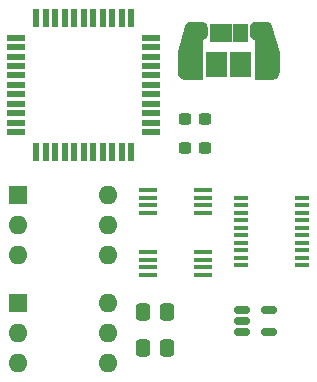
<source format=gbr>
%TF.GenerationSoftware,KiCad,Pcbnew,8.99.0-unknown*%
%TF.CreationDate,2024-04-30T21:24:50-04:00*%
%TF.ProjectId,reflowControl,7265666c-6f77-4436-9f6e-74726f6c2e6b,rev?*%
%TF.SameCoordinates,Original*%
%TF.FileFunction,Soldermask,Top*%
%TF.FilePolarity,Negative*%
%FSLAX46Y46*%
G04 Gerber Fmt 4.6, Leading zero omitted, Abs format (unit mm)*
G04 Created by KiCad (PCBNEW 8.99.0-unknown) date 2024-04-30 21:24:50*
%MOMM*%
%LPD*%
G01*
G04 APERTURE LIST*
G04 Aperture macros list*
%AMRoundRect*
0 Rectangle with rounded corners*
0 $1 Rounding radius*
0 $2 $3 $4 $5 $6 $7 $8 $9 X,Y pos of 4 corners*
0 Add a 4 corners polygon primitive as box body*
4,1,4,$2,$3,$4,$5,$6,$7,$8,$9,$2,$3,0*
0 Add four circle primitives for the rounded corners*
1,1,$1+$1,$2,$3*
1,1,$1+$1,$4,$5*
1,1,$1+$1,$6,$7*
1,1,$1+$1,$8,$9*
0 Add four rect primitives between the rounded corners*
20,1,$1+$1,$2,$3,$4,$5,0*
20,1,$1+$1,$4,$5,$6,$7,0*
20,1,$1+$1,$6,$7,$8,$9,0*
20,1,$1+$1,$8,$9,$2,$3,0*%
G04 Aperture macros list end*
%ADD10C,0.010000*%
%ADD11R,1.524000X0.406400*%
%ADD12R,1.600000X1.600000*%
%ADD13O,1.600000X1.600000*%
%ADD14R,1.200000X0.400000*%
%ADD15RoundRect,0.150000X-0.512500X-0.150000X0.512500X-0.150000X0.512500X0.150000X-0.512500X0.150000X0*%
%ADD16R,1.500000X0.550000*%
%ADD17R,0.550000X1.500000*%
%ADD18RoundRect,0.250000X-0.337500X-0.475000X0.337500X-0.475000X0.337500X0.475000X-0.337500X0.475000X0*%
%ADD19RoundRect,0.237500X-0.300000X-0.237500X0.300000X-0.237500X0.300000X0.237500X-0.300000X0.237500X0*%
G04 APERTURE END LIST*
D10*
%TO.C,J1*%
X190496000Y-78743500D02*
X188819000Y-78743500D01*
X188819000Y-76716500D01*
X190496000Y-76716500D01*
X190496000Y-78743500D01*
G36*
X190496000Y-78743500D02*
G01*
X188819000Y-78743500D01*
X188819000Y-76716500D01*
X190496000Y-76716500D01*
X190496000Y-78743500D01*
G37*
X192546000Y-78743500D02*
X190869000Y-78743500D01*
X190869000Y-76716500D01*
X192546000Y-76716500D01*
X192546000Y-78743500D01*
G36*
X192546000Y-78743500D02*
G01*
X190869000Y-78743500D01*
X190869000Y-76716500D01*
X192546000Y-76716500D01*
X192546000Y-78743500D01*
G37*
X188366500Y-74120000D02*
X188395500Y-74123000D01*
X188424500Y-74129000D01*
X188453500Y-74136000D01*
X188481500Y-74144000D01*
X188509500Y-74154000D01*
X188536500Y-74165000D01*
X188563500Y-74178000D01*
X188589500Y-74192000D01*
X188614500Y-74207000D01*
X188638500Y-74224000D01*
X188662500Y-74242000D01*
X188684500Y-74261000D01*
X188705500Y-74282000D01*
X188726500Y-74303000D01*
X188745500Y-74325000D01*
X188763500Y-74349000D01*
X188780500Y-74373000D01*
X188795500Y-74398000D01*
X188809500Y-74424000D01*
X188822500Y-74451000D01*
X188833500Y-74478000D01*
X188843500Y-74506000D01*
X188851500Y-74534000D01*
X188858500Y-74563000D01*
X188864500Y-74592000D01*
X188867500Y-74621000D01*
X188870500Y-74651000D01*
X188870500Y-74680000D01*
X188870500Y-75181000D01*
X188866500Y-75203000D01*
X188861500Y-75223000D01*
X188854500Y-75243000D01*
X188848500Y-75263000D01*
X188840500Y-75283000D01*
X188831500Y-75302000D01*
X188822500Y-75321000D01*
X188812500Y-75339000D01*
X188801500Y-75357000D01*
X188790500Y-75375000D01*
X188778500Y-75392000D01*
X188765500Y-75409000D01*
X188751500Y-75425000D01*
X188737500Y-75440000D01*
X188722500Y-75455000D01*
X188707500Y-75469000D01*
X188691500Y-75483000D01*
X188674500Y-75496000D01*
X188657500Y-75508000D01*
X188640500Y-75520000D01*
X188622500Y-75531000D01*
X188603500Y-75541000D01*
X188584500Y-75550000D01*
X188565500Y-75559000D01*
X188546500Y-75567000D01*
X188526500Y-75574000D01*
X188506500Y-75580000D01*
X188486500Y-75585000D01*
X188465500Y-75590000D01*
X188446500Y-75594000D01*
X188446000Y-78943500D01*
X188446500Y-78944000D01*
X186982500Y-78944000D01*
X186953500Y-78943000D01*
X186923500Y-78940000D01*
X186894500Y-78937000D01*
X186865500Y-78931000D01*
X186836500Y-78924000D01*
X186808500Y-78916000D01*
X186780500Y-78906000D01*
X186753500Y-78895000D01*
X186726500Y-78882000D01*
X186700500Y-78868000D01*
X186675500Y-78853000D01*
X186651500Y-78836000D01*
X186627500Y-78818000D01*
X186605500Y-78799000D01*
X186584500Y-78778000D01*
X186563500Y-78757000D01*
X186544500Y-78735000D01*
X186526500Y-78711000D01*
X186509500Y-78687000D01*
X186494500Y-78662000D01*
X186480500Y-78636000D01*
X186467500Y-78609000D01*
X186456500Y-78582000D01*
X186446500Y-78554000D01*
X186438500Y-78526000D01*
X186431500Y-78497000D01*
X186425500Y-78468000D01*
X186422500Y-78439000D01*
X186419500Y-78409000D01*
X186419500Y-78380000D01*
X186419500Y-76704000D01*
X187027500Y-74524000D01*
X187036500Y-74496000D01*
X187044500Y-74473000D01*
X187054500Y-74451000D01*
X187065500Y-74429000D01*
X187076500Y-74407000D01*
X187089500Y-74386000D01*
X187102500Y-74365000D01*
X187116500Y-74345000D01*
X187131500Y-74326000D01*
X187147500Y-74307000D01*
X187164500Y-74290000D01*
X187181500Y-74272000D01*
X187200500Y-74256000D01*
X187218500Y-74240000D01*
X187238500Y-74225000D01*
X187258500Y-74211000D01*
X187279500Y-74198000D01*
X187300500Y-74186000D01*
X187322500Y-74175000D01*
X187344500Y-74164000D01*
X187367500Y-74155000D01*
X187390500Y-74147000D01*
X187413500Y-74139000D01*
X187437500Y-74133000D01*
X187461500Y-74128000D01*
X187485500Y-74123000D01*
X187509500Y-74120000D01*
X187534500Y-74118000D01*
X187558500Y-74117000D01*
X187581500Y-74117000D01*
X188307500Y-74117000D01*
X188336500Y-74117000D01*
X188366500Y-74120000D01*
G36*
X188366500Y-74120000D02*
G01*
X188395500Y-74123000D01*
X188424500Y-74129000D01*
X188453500Y-74136000D01*
X188481500Y-74144000D01*
X188509500Y-74154000D01*
X188536500Y-74165000D01*
X188563500Y-74178000D01*
X188589500Y-74192000D01*
X188614500Y-74207000D01*
X188638500Y-74224000D01*
X188662500Y-74242000D01*
X188684500Y-74261000D01*
X188705500Y-74282000D01*
X188726500Y-74303000D01*
X188745500Y-74325000D01*
X188763500Y-74349000D01*
X188780500Y-74373000D01*
X188795500Y-74398000D01*
X188809500Y-74424000D01*
X188822500Y-74451000D01*
X188833500Y-74478000D01*
X188843500Y-74506000D01*
X188851500Y-74534000D01*
X188858500Y-74563000D01*
X188864500Y-74592000D01*
X188867500Y-74621000D01*
X188870500Y-74651000D01*
X188870500Y-74680000D01*
X188870500Y-75181000D01*
X188866500Y-75203000D01*
X188861500Y-75223000D01*
X188854500Y-75243000D01*
X188848500Y-75263000D01*
X188840500Y-75283000D01*
X188831500Y-75302000D01*
X188822500Y-75321000D01*
X188812500Y-75339000D01*
X188801500Y-75357000D01*
X188790500Y-75375000D01*
X188778500Y-75392000D01*
X188765500Y-75409000D01*
X188751500Y-75425000D01*
X188737500Y-75440000D01*
X188722500Y-75455000D01*
X188707500Y-75469000D01*
X188691500Y-75483000D01*
X188674500Y-75496000D01*
X188657500Y-75508000D01*
X188640500Y-75520000D01*
X188622500Y-75531000D01*
X188603500Y-75541000D01*
X188584500Y-75550000D01*
X188565500Y-75559000D01*
X188546500Y-75567000D01*
X188526500Y-75574000D01*
X188506500Y-75580000D01*
X188486500Y-75585000D01*
X188465500Y-75590000D01*
X188446500Y-75594000D01*
X188446000Y-78943500D01*
X188446500Y-78944000D01*
X186982500Y-78944000D01*
X186953500Y-78943000D01*
X186923500Y-78940000D01*
X186894500Y-78937000D01*
X186865500Y-78931000D01*
X186836500Y-78924000D01*
X186808500Y-78916000D01*
X186780500Y-78906000D01*
X186753500Y-78895000D01*
X186726500Y-78882000D01*
X186700500Y-78868000D01*
X186675500Y-78853000D01*
X186651500Y-78836000D01*
X186627500Y-78818000D01*
X186605500Y-78799000D01*
X186584500Y-78778000D01*
X186563500Y-78757000D01*
X186544500Y-78735000D01*
X186526500Y-78711000D01*
X186509500Y-78687000D01*
X186494500Y-78662000D01*
X186480500Y-78636000D01*
X186467500Y-78609000D01*
X186456500Y-78582000D01*
X186446500Y-78554000D01*
X186438500Y-78526000D01*
X186431500Y-78497000D01*
X186425500Y-78468000D01*
X186422500Y-78439000D01*
X186419500Y-78409000D01*
X186419500Y-78380000D01*
X186419500Y-76704000D01*
X187027500Y-74524000D01*
X187036500Y-74496000D01*
X187044500Y-74473000D01*
X187054500Y-74451000D01*
X187065500Y-74429000D01*
X187076500Y-74407000D01*
X187089500Y-74386000D01*
X187102500Y-74365000D01*
X187116500Y-74345000D01*
X187131500Y-74326000D01*
X187147500Y-74307000D01*
X187164500Y-74290000D01*
X187181500Y-74272000D01*
X187200500Y-74256000D01*
X187218500Y-74240000D01*
X187238500Y-74225000D01*
X187258500Y-74211000D01*
X187279500Y-74198000D01*
X187300500Y-74186000D01*
X187322500Y-74175000D01*
X187344500Y-74164000D01*
X187367500Y-74155000D01*
X187390500Y-74147000D01*
X187413500Y-74139000D01*
X187437500Y-74133000D01*
X187461500Y-74128000D01*
X187485500Y-74123000D01*
X187509500Y-74120000D01*
X187534500Y-74118000D01*
X187558500Y-74117000D01*
X187581500Y-74117000D01*
X188307500Y-74117000D01*
X188336500Y-74117000D01*
X188366500Y-74120000D01*
G37*
X193830500Y-74118000D02*
X193855500Y-74120000D01*
X193879500Y-74123000D01*
X193903500Y-74128000D01*
X193927500Y-74133000D01*
X193951500Y-74139000D01*
X193974500Y-74147000D01*
X193997500Y-74155000D01*
X194020500Y-74164000D01*
X194042500Y-74175000D01*
X194064500Y-74186000D01*
X194085500Y-74198000D01*
X194106500Y-74211000D01*
X194126500Y-74225000D01*
X194146500Y-74240000D01*
X194164500Y-74256000D01*
X194183500Y-74272000D01*
X194200500Y-74290000D01*
X194217500Y-74307000D01*
X194233500Y-74326000D01*
X194248500Y-74345000D01*
X194262500Y-74365000D01*
X194275500Y-74386000D01*
X194288500Y-74407000D01*
X194299500Y-74429000D01*
X194310500Y-74451000D01*
X194320500Y-74473000D01*
X194328500Y-74496000D01*
X194337500Y-74524000D01*
X194945500Y-76704000D01*
X194945500Y-78380000D01*
X194945500Y-78409000D01*
X194942500Y-78439000D01*
X194939500Y-78468000D01*
X194933500Y-78497000D01*
X194926500Y-78526000D01*
X194918500Y-78554000D01*
X194908500Y-78582000D01*
X194897500Y-78609000D01*
X194884500Y-78636000D01*
X194870500Y-78662000D01*
X194855500Y-78687000D01*
X194838500Y-78711000D01*
X194820500Y-78735000D01*
X194801500Y-78757000D01*
X194780500Y-78778000D01*
X194759500Y-78799000D01*
X194737500Y-78818000D01*
X194713500Y-78836000D01*
X194689500Y-78853000D01*
X194664500Y-78868000D01*
X194638500Y-78882000D01*
X194611500Y-78895000D01*
X194584500Y-78906000D01*
X194556500Y-78916000D01*
X194528500Y-78924000D01*
X194499500Y-78931000D01*
X194470500Y-78937000D01*
X194441500Y-78940000D01*
X194411500Y-78943000D01*
X194382500Y-78944000D01*
X192918500Y-78944000D01*
X192919000Y-78943500D01*
X192918500Y-75594000D01*
X192899500Y-75590000D01*
X192878500Y-75585000D01*
X192858500Y-75580000D01*
X192838500Y-75574000D01*
X192818500Y-75567000D01*
X192799500Y-75559000D01*
X192780500Y-75550000D01*
X192761500Y-75541000D01*
X192742500Y-75531000D01*
X192724500Y-75520000D01*
X192707500Y-75508000D01*
X192690500Y-75496000D01*
X192673500Y-75483000D01*
X192657500Y-75469000D01*
X192642500Y-75455000D01*
X192627500Y-75440000D01*
X192613500Y-75425000D01*
X192599500Y-75409000D01*
X192586500Y-75392000D01*
X192574500Y-75375000D01*
X192563500Y-75357000D01*
X192552500Y-75339000D01*
X192542500Y-75321000D01*
X192533500Y-75302000D01*
X192524500Y-75283000D01*
X192516500Y-75263000D01*
X192510500Y-75243000D01*
X192503500Y-75223000D01*
X192498500Y-75203000D01*
X192494500Y-75181000D01*
X192494500Y-74680000D01*
X192494500Y-74651000D01*
X192497500Y-74621000D01*
X192500500Y-74592000D01*
X192506500Y-74563000D01*
X192513500Y-74534000D01*
X192521500Y-74506000D01*
X192531500Y-74478000D01*
X192542500Y-74451000D01*
X192555500Y-74424000D01*
X192569500Y-74398000D01*
X192584500Y-74373000D01*
X192601500Y-74349000D01*
X192619500Y-74325000D01*
X192638500Y-74303000D01*
X192659500Y-74282000D01*
X192680500Y-74261000D01*
X192702500Y-74242000D01*
X192726500Y-74224000D01*
X192750500Y-74207000D01*
X192775500Y-74192000D01*
X192801500Y-74178000D01*
X192828500Y-74165000D01*
X192855500Y-74154000D01*
X192883500Y-74144000D01*
X192911500Y-74136000D01*
X192940500Y-74129000D01*
X192969500Y-74123000D01*
X192998500Y-74120000D01*
X193028500Y-74117000D01*
X193057500Y-74117000D01*
X193783500Y-74117000D01*
X193806500Y-74117000D01*
X193830500Y-74118000D01*
G36*
X193830500Y-74118000D02*
G01*
X193855500Y-74120000D01*
X193879500Y-74123000D01*
X193903500Y-74128000D01*
X193927500Y-74133000D01*
X193951500Y-74139000D01*
X193974500Y-74147000D01*
X193997500Y-74155000D01*
X194020500Y-74164000D01*
X194042500Y-74175000D01*
X194064500Y-74186000D01*
X194085500Y-74198000D01*
X194106500Y-74211000D01*
X194126500Y-74225000D01*
X194146500Y-74240000D01*
X194164500Y-74256000D01*
X194183500Y-74272000D01*
X194200500Y-74290000D01*
X194217500Y-74307000D01*
X194233500Y-74326000D01*
X194248500Y-74345000D01*
X194262500Y-74365000D01*
X194275500Y-74386000D01*
X194288500Y-74407000D01*
X194299500Y-74429000D01*
X194310500Y-74451000D01*
X194320500Y-74473000D01*
X194328500Y-74496000D01*
X194337500Y-74524000D01*
X194945500Y-76704000D01*
X194945500Y-78380000D01*
X194945500Y-78409000D01*
X194942500Y-78439000D01*
X194939500Y-78468000D01*
X194933500Y-78497000D01*
X194926500Y-78526000D01*
X194918500Y-78554000D01*
X194908500Y-78582000D01*
X194897500Y-78609000D01*
X194884500Y-78636000D01*
X194870500Y-78662000D01*
X194855500Y-78687000D01*
X194838500Y-78711000D01*
X194820500Y-78735000D01*
X194801500Y-78757000D01*
X194780500Y-78778000D01*
X194759500Y-78799000D01*
X194737500Y-78818000D01*
X194713500Y-78836000D01*
X194689500Y-78853000D01*
X194664500Y-78868000D01*
X194638500Y-78882000D01*
X194611500Y-78895000D01*
X194584500Y-78906000D01*
X194556500Y-78916000D01*
X194528500Y-78924000D01*
X194499500Y-78931000D01*
X194470500Y-78937000D01*
X194441500Y-78940000D01*
X194411500Y-78943000D01*
X194382500Y-78944000D01*
X192918500Y-78944000D01*
X192919000Y-78943500D01*
X192918500Y-75594000D01*
X192899500Y-75590000D01*
X192878500Y-75585000D01*
X192858500Y-75580000D01*
X192838500Y-75574000D01*
X192818500Y-75567000D01*
X192799500Y-75559000D01*
X192780500Y-75550000D01*
X192761500Y-75541000D01*
X192742500Y-75531000D01*
X192724500Y-75520000D01*
X192707500Y-75508000D01*
X192690500Y-75496000D01*
X192673500Y-75483000D01*
X192657500Y-75469000D01*
X192642500Y-75455000D01*
X192627500Y-75440000D01*
X192613500Y-75425000D01*
X192599500Y-75409000D01*
X192586500Y-75392000D01*
X192574500Y-75375000D01*
X192563500Y-75357000D01*
X192552500Y-75339000D01*
X192542500Y-75321000D01*
X192533500Y-75302000D01*
X192524500Y-75283000D01*
X192516500Y-75263000D01*
X192510500Y-75243000D01*
X192503500Y-75223000D01*
X192498500Y-75203000D01*
X192494500Y-75181000D01*
X192494500Y-74680000D01*
X192494500Y-74651000D01*
X192497500Y-74621000D01*
X192500500Y-74592000D01*
X192506500Y-74563000D01*
X192513500Y-74534000D01*
X192521500Y-74506000D01*
X192531500Y-74478000D01*
X192542500Y-74451000D01*
X192555500Y-74424000D01*
X192569500Y-74398000D01*
X192584500Y-74373000D01*
X192601500Y-74349000D01*
X192619500Y-74325000D01*
X192638500Y-74303000D01*
X192659500Y-74282000D01*
X192680500Y-74261000D01*
X192702500Y-74242000D01*
X192726500Y-74224000D01*
X192750500Y-74207000D01*
X192775500Y-74192000D01*
X192801500Y-74178000D01*
X192828500Y-74165000D01*
X192855500Y-74154000D01*
X192883500Y-74144000D01*
X192911500Y-74136000D01*
X192940500Y-74129000D01*
X192969500Y-74123000D01*
X192998500Y-74120000D01*
X193028500Y-74117000D01*
X193057500Y-74117000D01*
X193783500Y-74117000D01*
X193806500Y-74117000D01*
X193830500Y-74118000D01*
G37*
X189646000Y-75793500D02*
X189119000Y-75793500D01*
X189119000Y-74316500D01*
X189646000Y-74316500D01*
X189646000Y-75793500D01*
G36*
X189646000Y-75793500D02*
G01*
X189119000Y-75793500D01*
X189119000Y-74316500D01*
X189646000Y-74316500D01*
X189646000Y-75793500D01*
G37*
X190296000Y-75793500D02*
X189769000Y-75793500D01*
X189769000Y-74316500D01*
X190296000Y-74316500D01*
X190296000Y-75793500D01*
G36*
X190296000Y-75793500D02*
G01*
X189769000Y-75793500D01*
X189769000Y-74316500D01*
X190296000Y-74316500D01*
X190296000Y-75793500D01*
G37*
X190946000Y-75793500D02*
X190419000Y-75793500D01*
X190419000Y-74316500D01*
X190946000Y-74316500D01*
X190946000Y-75793500D01*
G36*
X190946000Y-75793500D02*
G01*
X190419000Y-75793500D01*
X190419000Y-74316500D01*
X190946000Y-74316500D01*
X190946000Y-75793500D01*
G37*
X191596000Y-75793500D02*
X191069000Y-75793500D01*
X191069000Y-74316500D01*
X191596000Y-74316500D01*
X191596000Y-75793500D01*
G36*
X191596000Y-75793500D02*
G01*
X191069000Y-75793500D01*
X191069000Y-74316500D01*
X191596000Y-74316500D01*
X191596000Y-75793500D01*
G37*
X192246000Y-75793500D02*
X191719000Y-75793500D01*
X191719000Y-74316500D01*
X192246000Y-74316500D01*
X192246000Y-75793500D01*
G36*
X192246000Y-75793500D02*
G01*
X191719000Y-75793500D01*
X191719000Y-74316500D01*
X192246000Y-74316500D01*
X192246000Y-75793500D01*
G37*
%TD*%
D11*
%TO.C,Y1*%
X183923700Y-93625801D03*
X183923700Y-94275799D03*
X183923700Y-94925801D03*
X183923700Y-95575799D03*
X188546500Y-95575799D03*
X188546500Y-94925801D03*
X188546500Y-94275799D03*
X188546500Y-93625801D03*
%TD*%
D12*
%TO.C,U6*%
X172852500Y-97975000D03*
D13*
X172852500Y-100515000D03*
X172852500Y-103055000D03*
X180472500Y-103055000D03*
X180472500Y-100515000D03*
X180472500Y-97975000D03*
%TD*%
D14*
%TO.C,U5*%
X191762500Y-89017500D03*
X191762500Y-89652500D03*
X191762500Y-90287500D03*
X191762500Y-90922500D03*
X191762500Y-91557500D03*
X191762500Y-92192500D03*
X191762500Y-92827500D03*
X191762500Y-93462500D03*
X191762500Y-94097500D03*
X191762500Y-94732500D03*
X196962500Y-94732500D03*
X196962500Y-94097500D03*
X196962500Y-93462500D03*
X196962500Y-92827500D03*
X196962500Y-92192500D03*
X196962500Y-91557500D03*
X196962500Y-90922500D03*
X196962500Y-90287500D03*
X196962500Y-89652500D03*
X196962500Y-89017500D03*
%TD*%
D15*
%TO.C,U4*%
X191825000Y-98500000D03*
X191825000Y-99450000D03*
X191825000Y-100400000D03*
X194100000Y-100400000D03*
X194100000Y-98500000D03*
%TD*%
D12*
%TO.C,U3*%
X172852500Y-88775000D03*
D13*
X172852500Y-91315000D03*
X172852500Y-93855000D03*
X180472500Y-93855000D03*
X180472500Y-91315000D03*
X180472500Y-88775000D03*
%TD*%
D16*
%TO.C,U2*%
X172752500Y-75475000D03*
X172752500Y-76275000D03*
X172752500Y-77075000D03*
X172752500Y-77875000D03*
X172752500Y-78675000D03*
X172752500Y-79475000D03*
X172752500Y-80275000D03*
X172752500Y-81075000D03*
X172752500Y-81875000D03*
X172752500Y-82675000D03*
X172752500Y-83475000D03*
D17*
X174452500Y-85175000D03*
X175252500Y-85175000D03*
X176052500Y-85175000D03*
X176852500Y-85175000D03*
X177652500Y-85175000D03*
X178452500Y-85175000D03*
X179252500Y-85175000D03*
X180052500Y-85175000D03*
X180852500Y-85175000D03*
X181652500Y-85175000D03*
X182452500Y-85175000D03*
D16*
X184152500Y-83475000D03*
X184152500Y-82675000D03*
X184152500Y-81875000D03*
X184152500Y-81075000D03*
X184152500Y-80275000D03*
X184152500Y-79475000D03*
X184152500Y-78675000D03*
X184152500Y-77875000D03*
X184152500Y-77075000D03*
X184152500Y-76275000D03*
X184152500Y-75475000D03*
D17*
X182452500Y-73775000D03*
X181652500Y-73775000D03*
X180852500Y-73775000D03*
X180052500Y-73775000D03*
X179252500Y-73775000D03*
X178452500Y-73775000D03*
X177652500Y-73775000D03*
X176852500Y-73775000D03*
X176052500Y-73775000D03*
X175252500Y-73775000D03*
X174452500Y-73775000D03*
%TD*%
D11*
%TO.C,U1*%
X183923700Y-88358601D03*
X183923700Y-89008599D03*
X183923700Y-89658601D03*
X183923700Y-90308599D03*
X188546500Y-90308599D03*
X188546500Y-89658601D03*
X188546500Y-89008599D03*
X188546500Y-88358601D03*
%TD*%
D18*
%TO.C,C4*%
X183445000Y-101745000D03*
X185520000Y-101745000D03*
%TD*%
%TO.C,C3*%
X183445000Y-98735000D03*
X185520000Y-98735000D03*
%TD*%
D19*
%TO.C,C2*%
X186990000Y-84845000D03*
X188715000Y-84845000D03*
%TD*%
%TO.C,C1*%
X186990000Y-82335000D03*
X188715000Y-82335000D03*
%TD*%
M02*

</source>
